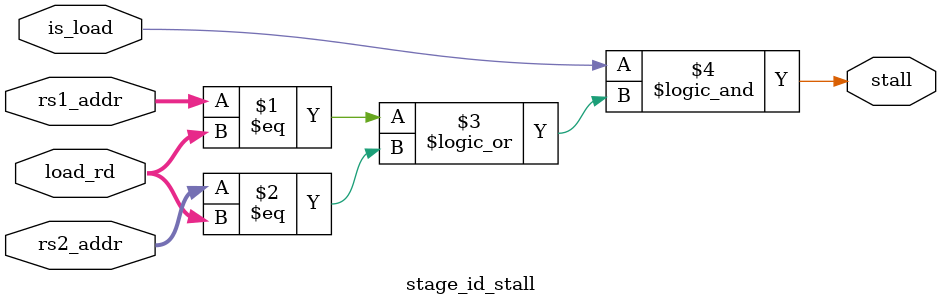
<source format=sv>
module stage_id_stall #(ADDR_WIDTH = 64, REG_NUM = 32) (
    input  wire [$clog2(REG_NUM)-1:0] load_rd,
    input  wire                       is_load,
    input  wire [$clog2(REG_NUM)-1:0] rs1_addr,
    input  wire [$clog2(REG_NUM)-1:0] rs2_addr,
    output wire                       stall 
);
    assign stall = is_load && (rs1_addr == load_rd || rs2_addr == load_rd);
endmodule
</source>
